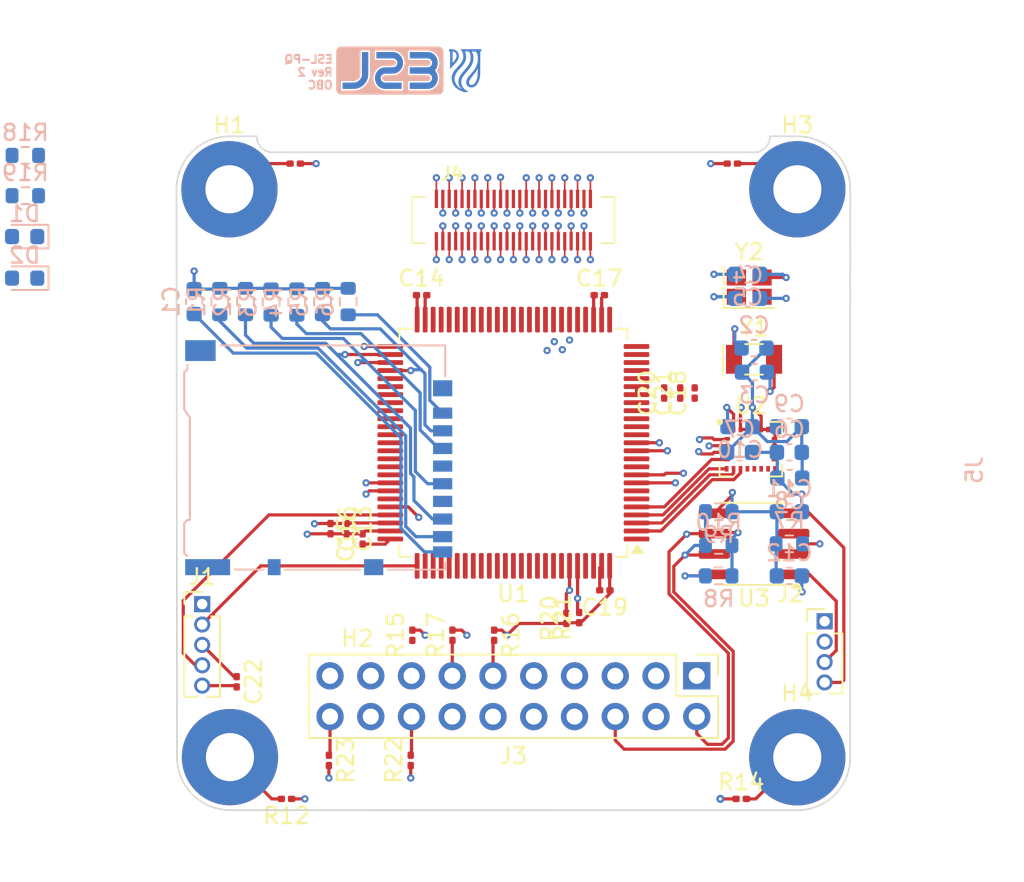
<source format=kicad_pcb>
(kicad_pcb (version 20240108) (generator "pcbnew") (generator_version "8.0")
  (title_block (title "Development of an ADCS for a PocketQube") (date "2023-09-06") (comment 2 "PCB Design") (comment 3 "22619291") (comment 4 "DP Theron"))
  (layers (0 "F.Cu" signal) (1 "In1.Cu" mixed) (2 "In2.Cu" mixed) (31 "B.Cu" signal) (34 "B.Paste" user) (35 "F.Paste" user) (36 "B.SilkS" user "B.Silkscreen") (37 "F.SilkS" user "F.Silkscreen") (38 "B.Mask" user) (39 "F.Mask" user) (44 "Edge.Cuts" user))
  (net 0 "")
  (net 1 "OSC_IN")
  (net 2 "OSC_OUT")
  (net 3 "OSC32_IN")
  (net 4 "OSC32_OUT")
  (net 5 "NRST")
  (net 6 "SPI NSS")
  (net 7 "SPI MOSI")
  (net 8 "SPI SCK")
  (net 9 "SPI MISO")
  (net 10 "SCL")
  (net 11 "SDA")
  (net 13 "/Daughterboard Connector/DB13")
  (net 14 "USART RX")
  (net 15 "USART TX")
  (net 16 "DCap")
  (net 18 "/Daughterboard Connector/DB22")
  (net 23 "SWCLK")
  (net 24 "SWDIO")
  (net 26 "/Daughterboard Connector/DB34")
  (net 27 "/Daughterboard Connector/DB37")
  (net 31 "/Daughterboard Connector/DB35")
  (net 32 "/Daughterboard Connector/DB6")
  (net 35 "SAOG")
  (net 36 "SAOM")
  (net 37 "/Daughterboard Connector/DB3")
  (net 38 "/Daughterboard Connector/DB32")
  (net 39 "CSAG")
  (net 40 "CSM")
  (net 41 "GND")
  (net 42 "Net-(U2-CAP)")
  (net 43 "Net-(U2-C1)")
  (net 44 "Net-(D1-A)")
  (net 45 "Net-(D2-A)")
  (net 46 "Net-(H1-Pad1)")
  (net 47 "Net-(H2-Pad1)")
  (net 48 "Net-(H3-Pad1)")
  (net 49 "Net-(H4-Pad1)")
  (net 50 "EPS-RST")
  (net 51 "Net-(J5-DAT2)")
  (net 52 "3V3")
  (net 53 "PPS")
  (net 54 "5V")
  (net 55 "PWR")
  (net 56 "TX")
  (net 57 "RS-EN")
  (net 58 "RS-A")
  (net 59 "RS-B")
  (net 60 "Net-(J5-DAT1)")
  (net 61 "/Daughterboard Connector/DB10")
  (net 62 "/Daughterboard Connector/DB29")
  (net 65 "/Daughterboard Connector/DB39")
  (net 67 "/Daughterboard Connector/DB25")
  (net 68 "/Daughterboard Connector/DB26")
  (net 69 "/Daughterboard Connector/DB14")
  (net 70 "/Daughterboard Connector/DB5")
  (net 71 "/Daughterboard Connector/DB19")
  (net 72 "/Daughterboard Connector/DB8")
  (net 73 "/Daughterboard Connector/DB2")
  (net 74 "/Daughterboard Connector/DB24")
  (net 75 "/Daughterboard Connector/DB30")
  (net 76 "/Daughterboard Connector/DB18")
  (net 78 "/Daughterboard Connector/DB12")
  (net 79 "/Daughterboard Connector/DB38")
  (net 81 "/Daughterboard Connector/DB33")
  (net 82 "/Daughterboard Connector/DB31")
  (net 84 "/Daughterboard Connector/DB7")
  (net 86 "/Daughterboard Connector/DB23")
  (net 88 "/Daughterboard Connector/DB40")
  (net 90 "S1_3V3")
  (net 91 "S2_3V3")
  (net 92 "/Daughterboard Connector/DB17")
  (net 93 "/Daughterboard Connector/DB11")
  (net 94 "/Daughterboard Connector/DB27")
  (net 95 "/Daughterboard Connector/DB15")
  (net 96 "/Daughterboard Connector/DB21")
  (net 97 "/Daughterboard Connector/DB9")
  (net 98 "/Daughterboard Connector/DB28")
  (net 99 "/Daughterboard Connector/DB4")
  (net 100 "/Daughterboard Connector/DB16")
  (net 101 "/Daughterboard Connector/DB36")
  (net 102 "/Daughterboard Connector/DB1")
  (net 103 "/Daughterboard Connector/DB20")
  (net 104 "I2C-SDA")
  (net 105 "I2C-SCL")
  (net 106 "S1_5V")
  (net 107 "S2_5V")
  (net 108 "Unreg Solar")
  (net 109 "Unreg Bat")
  (net 123 "DB")
  (footprint "Skripsie:R_0201_0603Metric" (layer "F.Cu") (at 263.145 24.5)
    (property "Reference" "R13" (hide yes))
    (property "Value" "0")
  )
  (footprint "Skripsie:C_0201_0603Metric" (layer "F.Cu") (at 255.2 51.1 180)
    (property "Reference" "C19")
    (property "Value" "100n")
  )
  (footprint "Package_QFP:LQFP-100_14x14mm_P0.5mm" (layer "F.Cu") (at 249.5 41.9 180)
    (property "Reference" "U1")
    (property "Value" "STM32L496VGTx")
  )
  (footprint "Skripsie:R_0201_0603Metric" (layer "F.Cu") (at 248.3 53.9 -90)
    (property "Reference" "R16")
    (property "Value" "0")
  )
  (footprint "Skripsie:R_0201_0603Metric" (layer "F.Cu") (at 235.355 64.1 180)
    (property "Reference" "R12")
    (property "Value" "0")
  )
  (footprint "Skripsie:R_0201_0603Metric" (layer "F.Cu") (at 252.8 52.845 90)
    (property "Reference" "R20")
    (property "Value" "4k7")
  )
  (footprint "Skripsie:PinHeader_1x05_P1.27mm_Vertical" (layer "F.Cu") (at 230.1 51.96)
    (property "Reference" "J1")
    (property "Value" "Conn_01x05")
  )
  (footprint "Skripsie:C_0201_0603Metric" (layer "F.Cu") (at 240.1 47.9 90)
    (property "Reference" "C15")
    (property "Value" "100n")
  )
  (footprint "MountingHole:MountingHole_3mm_Pad" (layer "F.Cu") (at 267.196548 61.506548)
    (property "Reference" "H4")
    (property "Value" "MountingHole_Pad")
  )
  (footprint "Skripsie:LGA-24L_3x3.5mm_P0.43mm" (layer "F.Cu") (at 264.3 42.3)
    (property "Reference" "U2")
    (property "Value" "LSM9DS1TR")
  )
  (footprint "Skripsie:R_0201_0603Metric" (layer "F.Cu") (at 235.9 24.5 180)
    (property "Reference" "R11" (hide yes))
    (property "Value" "0")
  )
  (footprint "Skripsie:C_0201_0603Metric" (layer "F.Cu") (at 259.9 38.8 90)
    (property "Reference" "C21")
    (property "Value" "1u")
  )
  (footprint "MountingHole:MountingHole_3mm_Pad" (layer "F.Cu") (at 267.2 26.1)
    (property "Reference" "H3")
    (property "Value" "MountingHole_Pad")
  )
  (footprint "Skripsie:PinHeader_1x04_P1.27mm_Vertical" (layer "F.Cu") (at 268.9 53.03)
    (property "Reference" "J2")
    (property "Value" "Conn_01x04")
  )
  (footprint "Skripsie:R_0201_0603Metric" (layer "F.Cu") (at 243.1 61.7 90)
    (property "Reference" "R22")
    (property "Value" "4k7")
  )
  (footprint "Skripsie:C_0201_0603Metric" (layer "F.Cu") (at 254.855 32.7)
    (property "Reference" "C17")
    (property "Value" "100n")
  )
  (footprint "Skripsie:HRS_DF40C-50DS-0.4V(51)" (layer "F.Cu") (at 249.5 28.02)
    (property "Reference" "J4")
    (property "Value" "Conn_02x20_Odd_Even")
  )
  (footprint "Skripsie:C_0201_0603Metric" (layer "F.Cu") (at 232.25 56.8 -90)
    (property "Reference" "C22")
    (property "Value" "100n")
  )
  (footprint "ESL_PQ:ESL_PQ_Main_Header" (layer "F.Cu") (at 249.5 56.43)
    (property "Reference" "J3")
    (property "Value" "ESL_PQ_MainHeader")
  )
  (footprint "MountingHole:MountingHole_3mm_Pad" (layer "F.Cu") (at 231.833452 61.496548)
    (property "Reference" "H2")
    (property "Value" "MountingHole_Pad")
  )
  (footprint "Skripsie:R_0201_0603Metric" (layer "F.Cu") (at 243.2 53.9 90)
    (property "Reference" "R15")
    (property "Value" "0")
  )
  (footprint "Skripsie:C_0201_0603Metric" (layer "F.Cu") (at 239.1 47.255 -90)
    (property "Reference" "C13")
    (property "Value" "10u")
  )
  (footprint "Skripsie:R_0201_0603Metric" (layer "F.Cu") (at 253.6 52.8 90)
    (property "Reference" "R21")
    (property "Value" "4k7")
  )
  (footprint "Skripsie:Crystal_SMD_EuroQuartz_EQ161-2Pin_3.2x1.5mm" (layer "F.Cu") (at 264.5 36.7)
    (property "Reference" "Y1")
    (property "Value" "32.768 kHz")
  )
  (footprint "Skripsie:C_0201_0603Metric" (layer "F.Cu") (at 238.1 47.255 -90)
    (property "Reference" "C16")
    (property "Value" "100n")
  )
  (footprint "Package_SO:SOIC-8_3.9x4.9mm_P1.27mm" (layer "F.Cu") (at 264.5 48.2 180)
    (property "Reference" "U3")
    (property "Value" "MAX485EDA")
  )
  (footprint "Skripsie:C_0201_0603Metric" (layer "F.Cu") (at 258.9 38.8 90)
    (property "Reference" "C20")
    (property "Value" "1u")
  )
  (footprint "Skripsie:C_0201_0603Metric" (layer "F.Cu") (at 243.78 32.7)
    (property "Reference" "C14")
    (property "Value" "100n")
  )
  (footprint "Skripsie:Crystal_SMD_EuroQuartz_X22-4Pin_2.5x2.0mm" (layer "F.Cu") (at 264.2 32.2)
    (property "Reference" "Y2")
    (property "Value" "16 MHz")
  )
  (footprint "MountingHole:MountingHole_3mm_Pad" (layer "F.Cu") (at 231.8 26.1)
    (property "Reference" "H1")
    (property "Value" "MountingHole_Pad")
  )
  (footprint "Skripsie:R_0201_0603Metric" (layer "F.Cu") (at 263.7 64.1)
    (property "Reference" "R14")
    (property "Value" "0")
  )
  (footprint "Skripsie:C_0201_0603Metric" (layer "F.Cu") (at 260.8 38.8 90)
    (property "Reference" "C18")
    (property "Value" "100n")
  )
  (footprint "Skripsie:R_0201_0603Metric" (layer "F.Cu") (at 238 61.7 -90)
    (property "Reference" "R23")
    (property "Value" "4k7")
  )
  (footprint "Skripsie:R_0201_0603Metric" (layer "F.Cu") (at 245.7 53.9 90)
    (property "Reference" "R17")
    (property "Value" "0")
  )
  (footprint "LED_SMD:LED_0603_1608Metric" (layer "B.Cu") (at 219.035 31.64 180)
    (property "Reference" "D2")
    (property "Value" "LED")
  )
  (footprint "LOGO" (layer "B.Cu") (at 241.8 18.7 180)
    (property "Reference" "G***" (hide yes))
    (property "Value" "LOGO" (hide yes))
  )
  (footprint "Capacitor_SMD:C_0603_1608Metric" (layer "B.Cu") (at 264.1 31.4)
    (property "Reference" "C5")
    (property "Value" "12p")
  )
  (footprint "Resistor_SMD:R_0603_1608Metric" (layer "B.Cu") (at 262.3 50.2)
    (property "Reference" "R8")
    (property "Value" "4k7")
  )
  (footprint "Capacitor_SMD:C_0603_1608Metric" (layer "B.Cu") (at 264.5 36 180)
    (property "Reference" "C2")
    (property "Value" "8p")
  )
  (footprint "Capacitor_SMD:C_0603_1608Metric" (layer "B.Cu") (at 229.6 33.1 -90)
    (property "Reference" "C1")
    (property "Value" "10u")
  )
  (footprint "Resistor_SMD:R_0603_1608Metric" (layer "B.Cu") (at 237.6 33.1 -90)
    (property "Reference" "R5")
    (property "Value" "4k7")
  )
  (footprint "Capacitor_SMD:C_0603_1608Metric" (layer "B.Cu") (at 266.7 42.5 180)
    (property "Reference" "C6")
    (property "Value" "100n")
  )
  (footprint "Resistor_SMD:R_0603_1608Metric" (layer "B.Cu") (at 262.3 48.3 180)
    (property "Reference" "R10")
    (property "Value" "120k")
  )
  (footprint "Capacitor_SMD:C_0603_1608Metric" (layer "B.Cu") (at 266.7 40.9 180)
    (property "Reference" "C9")
    (property "Value" "10n")
  )
  (footprint "Capacitor_SMD:C_0603_1608Metric" (layer "B.Cu") (at 266.725 44.1)
    (property "Reference" "C8")
    (property "Value" "10u")
  )
  (footprint "Capacitor_SMD:C_0603_1608Metric" (layer "B.Cu") (at 266.7 46.2 180)
    (property "Reference" "C11")
    (property "Value" "100n")
  )
  (footprint "Resistor_SMD:R_0603_1608Metric" (layer "B.Cu") (at 239.2 33.1 -90)
    (property "Reference" "R6")
    (property "Value" "4k7")
  )
  (footprint "Resistor_SMD:R_0603_1608Metric" (layer "B.Cu") (at 219.075 23.99 180)
    (property "Reference" "R18")
    (property "Value" "165")
  )
  (footprint "Resistor_SMD:R_0603_1608Metric" (layer "B.Cu") (at 236 33.13 -90)
    (property "Reference" "R4")
    (property "Value" "4k7")
  )
  (footprint "Resistor_SMD:R_0603_1608Metric" (layer "B.Cu") (at 234.395 33.13 -90)
    (property "Reference" "R3")
    (property "Value" "4k7")
  )
  (footprint "Resistor_SMD:R_0603_1608Metric" (layer "B.Cu") (at 231.2 33.1 -90)
    (property "Reference" "R1")
    (property "Value" "4k7")
  )
  (footprint "Skripsie:microSD_HC_Hirose_DM3AT-SF-PEJM5" (layer "B.Cu") (at 237.365 42.83 90)
    (property "Reference" "J5")
    (property "Value" "Micro_SD_Card")
  )
  (footprint "Resistor_SMD:R_0603_1608Metric" (layer "B.Cu") (at 266.7 48.2 180)
    (property "Reference" "R7")
    (property "Value" "4k7")
  )
  (footprint "Capacitor_SMD:C_0603_1608Metric" (layer "B.Cu") (at 266.7 50.2 180)
    (property "Reference" "C12")
    (property "Value" "10u")
  )
  (footprint "Capacitor_SMD:C_0603_1608Metric" (layer "B.Cu") (at 264.525 37.5)
    (property "Reference" "C3")
    (property "Value" "8p")
  )
  (footprint "Capacitor_SMD:C_0603_1608Metric" (layer "B.Cu") (at 264.1 32.9 180)
    (property "Reference" "C4")
    (property "Value" "12p")
  )
  (footprint "LOGO" (layer "B.Cu") (at 241.8 18.7 180)
    (property "Reference" "G***" (hide yes))
    (property "Value" "LOGO" (hide yes))
  )
  (footprint "Capacitor_SMD:C_0603_1608Metric" (layer "B.Cu") (at 263.6 42.5 180)
    (property "Reference" "C7")
    (property "Value" "100n")
  )
  (footprint "Resistor_SMD:R_0603_1608Metric" (layer "B.Cu") (at 219.075 26.5 180)
    (property "Reference" "R19")
    (property "Value" "165")
  )
  (footprint "LED_SMD:LED_0603_1608Metric" (layer "B.Cu") (at 219.035 29.05 180)
    (property "Reference" "D1")
    (property "Value" "LED")
  )
  (footprint "Resistor_SMD:R_0603_1608Metric" (layer "B.Cu") (at 262.3 46.2)
    (property "Reference" "R9")
    (property "Value" "4k7")
  )
  (footprint "LOGO" (layer "B.Cu") (at 246.5 18.7 180)
    (property "Reference" "G***" (hide yes))
    (property "Value" "LOGO" (hide yes))
  )
  (footprint "Resistor_SMD:R_0603_1608Metric" (layer "B.Cu") (at 232.8 33.1 -90)
    (property "Reference" "R2")
    (property "Value" "4k7")
  )
  (footprint "Capacitor_SMD:C_0603_1608Metric" (layer "B.Cu") (at 263.625 40.9)
    (property "Reference" "C10")
    (property "Value" "100n")
  )
  (gr_arc (start 270.496548 61.506548) (mid 269.53 63.84) (end 267.196548 64.806548) (stroke (width 0.1)) (layer "Edge.Cuts"))
  (gr_arc (start 231.833452 64.796548) (mid 229.5 63.83) (end 228.533452 61.496548) (stroke (width 0.1)) (layer "Edge.Cuts"))
  (gr_line (start 265.5 22.8) (end 267.2 22.8) (stroke (width 0.1)) (layer "Edge.Cuts"))
  (gr_arc (start 228.5 26.1) (mid 229.466548 23.766548) (end 231.8 22.8) (stroke (width 0.1)) (layer "Edge.Cuts"))
  (gr_line (start 267.196548 64.806548) (end 232 64.8) (stroke (width 0.1)) (layer "Edge.Cuts"))
  (gr_line (start 228.533452 61.496548) (end 228.53 61.35) (stroke (width 0.1)) (layer "Edge.Cuts"))
  (gr_line (start 234.5 23.8) (end 264.5 23.8) (stroke (width 0.1)) (layer "Edge.Cuts"))
  (gr_arc (start 265.5 22.8) (mid 265.207107 23.507107) (end 264.5 23.8) (stroke (width 0.1)) (layer "Edge.Cuts"))
  (gr_arc (start 267.2 22.8) (mid 269.533452 23.766548) (end 270.5 26.1) (stroke (width 0.1)) (layer "Edge.Cuts"))
  (gr_line (start 232 64.8) (end 231.833452 64.796548) (stroke (width 0.1)) (layer "Edge.Cuts"))
  (gr_line (start 228.5 26.1) (end 228.53 61.35) (stroke (width 0.1)) (layer "Edge.Cuts"))
  (gr_line (start 270.5 26.1) (end 270.496548 61.506548) (stroke (width 0.1)) (layer "Edge.Cuts"))
  (gr_arc (start 234.5 23.8) (mid 233.792893 23.507107) (end 233.5 22.8) (stroke (width 0.1)) (layer "Edge.Cuts"))
  (gr_line (start 233.5 22.8) (end 231.8 22.8) (stroke (width 0.1)) (layer "Edge.Cuts"))
  (gr_text "ESL-PQ\nRev 2\nOBC" (at 238.3 19.9 0) (layer "B.SilkS") (effects (font (size 0.5 0.5) (thickness 0.125) (bold yes)) (justify left bottom mirror)))
  (via (at 246.3 25.383882) (size 0.45) (drill 0.2) (layers "F.Cu" "B.Cu") (net 0))
  (segment (start 259.1 42.4) (end 257.175 42.4) (width 0.2) (layer "F.Cu") (net 1))
  (segment (start 263.4 32.8) (end 262 32.8) (width 0.2) (layer "F.Cu") (net 1))
  (via (at 262 32.8) (size 0.45) (drill 0.2) (layers "F.Cu" "B.Cu") (net 1))
  (via (at 259.1 42.4) (size 0.45) (drill 0.2) (layers "F.Cu" "B.Cu") (net 1))
  (segment (start 262 32.8) (end 263.225 32.8) (width 0.2) (layer "B.Cu") (net 1))
  (segment (start 263.225 32.8) (end 263.325 32.9) (width 0.2) (layer "B.Cu") (net 1))
  (segment (start 265 31.6) (end 266.5 31.6) (width 0.2) (layer "F.Cu") (net 2))
  (segment (start 258.6 41.9) (end 257.175 41.9) (width 0.2) (layer "F.Cu") (net 2))
  (via (at 266.5 31.6) (size 0.45) (drill 0.2) (layers "F.Cu" "B.Cu") (net 2))
  (via (at 258.6 41.9) (size 0.45) (drill 0.2) (layers "F.Cu" "B.Cu") (net 2))
  (segment (start 264.875 31.4) (end 266.3 31.4) (width 0.2) (layer "B.Cu") (net 2))
  (segment (start 266.3 31.4) (end 266.5 31.6) (width 0.2) (layer "B.Cu") (net 2))
  (segment (start 263.25 34.85) (end 263.3 34.8) (width 0.2) (layer "F.Cu") (net 3))
  (segment (start 259.6 44.4) (end 257.175 44.4) (width 0.2) (layer "F.Cu") (net 3))
  (segment (start 263.25 36.7) (end 263.25 34.85) (width 0.2) (layer "F.Cu") (net 3))
  (via (at 263.3 34.8) (size 0.45) (drill 0.2) (layers "F.Cu" "B.Cu") (net 3))
  (via (at 259.6 44.4) (size 0.45) (drill 0.2) (layers "F.Cu" "B.Cu") (net 3))
  (segment (start 263.3 35.575) (end 263.725 36) (width 0.2) (layer "B.Cu") (net 3))
  (segment (start 263.3 34.8) (end 263.3 35.575) (width 0.2) (layer "B.Cu") (net 3))
  (segment (start 259 43.8) (end 258.9 43.9) (width 0.2) (layer "F.Cu") (net 4))
  (segment (start 265.75 36.7) (end 265.75 38.45) (width 0.2) (layer "F.Cu") (net 4))
  (segment (start 265.75 38.45) (end 265.5 38.7) (width 0.2) (layer "F.Cu") (net 4))
  (segment (start 258.9 43.9) (end 257.175 43.9) (width 0.2) (layer "F.Cu") (net 4))
  (segment (start 260.1 43.8) (end 259 43.8) (width 0.2) (layer "F.Cu") (net 4))
  (via (at 265.5 38.7) (size 0.45) (drill 0.2) (layers "F.Cu" "B.Cu") (net 4))
  (via (at 260.1 43.8) (size 0.45) (drill 0.2) (layers "F.Cu" "B.Cu") (net 4))
  (segment (start 265.5 37.7) (end 265.3 37.5) (width 0.2) (layer "B.Cu") (net 4))
  (segment (start 265.5 38.7) (end 265.5 37.7) (width 0.2) (layer "B.Cu") (net 4))
  (segment (start 230.1 57.04) (end 232.17 57.04) (width 0.2) (layer "F.Cu") (net 5))
  (segment (start 232.17 57.04) (end 232.25 57.12) (width 0.2) (layer "F.Cu") (net 5))
  (segment (start 243.1 37.4) (end 241.825 37.4) (width 0.2) (layer "F.Cu") (net 6))
  (via (at 243.1 37.4) (size 0.45) (drill 0.2) (layers "F.Cu" "B.Cu") (net 6))
  (segment (start 243.987868 37.587868) (end 243.987868 40.787868) (width 0.2) (layer "B.Cu") (net 6))
  (segment (start 237.6 34.3) (end 238.1 34.8) (width 0.2) (layer "B.Cu") (net 6))
  (segment (start 244.355 41.155) (end 245.09 41.155) (width 0.2) (layer "B.Cu") (net 6))
  (segment (start 243.15 37.35) (end 243.1 37.4) (width 0.2) (layer "B.Cu") (net 6))
  (segment (start 243.75 37.35) (end 243.15 37.35) (width 0.2) (layer "B.Cu") (net 6))
  (segment (start 238.1 34.8) (end 241.2 34.8) (width 0.2) (layer "B.Cu") (net 6))
  (segment (start 243.987868 40.787868) (end 244.355 41.155) (width 0.2) (layer "B.Cu") (net 6))
  (segment (start 241.2 34.8) (end 243.75 37.35) (width 0.2) (layer "B.Cu") (net 6))
  (segment (start 243.75 37.35) (end 243.987868 37.587868) (width 0.2) (layer "B.Cu") (net 6))
  (segment (start 237.6 33.925) (end 237.6 34.3) (width 0.2) (layer "B.Cu") (net 6))
  (segment (start 240.2 35.9) (end 241.825 35.9) (width 0.2) (layer "F.Cu") (net 7))
  (via (at 240.2 35.9) (size 0.45) (drill 0.2) (layers "F.Cu" "B.Cu") (net 7))
  (segment (start 240.75 35.85) (end 240.25 35.85) (width 0.2) (layer "B.Cu") (net 7))
  (segment (start 240.75 35.85) (end 243.687868 38.787868) (width 0.2) (layer "B.Cu") (net 7))
  (segment (start 244.84 42.255) (end 245.09 42.255) (width 0.2) (layer "B.Cu") (net 7))
  (segment (start 236 33.955) (end 236 34.5) (width 0.2) (layer "B.Cu") (net 7))
  (segment (start 243.687868 38.787868) (end 243.687868 41.102868) (width 0.2) (layer "B.Cu") (net 7))
  (segment (start 236.6 35.1) (end 240 35.1) (width 0.2) (layer "B.Cu") (net 7))
  (segment (start 240 35.1) (end 240.75 35.85) (width 0.2) (layer "B.Cu") (net 7))
  (segment (start 243.687868 41.102868) (end 244.84 42.255) (width 0.2) (layer "B.Cu") (net 7))
  (segment (start 240.25 35.85) (end 240.2 35.9) (width 0.2) (layer "B.Cu") (net 7))
  (segment (start 236 34.5) (end 236.6 35.1) (width 0.2) (layer "B.Cu") (net 7))
  (segment (start 239.8 36.9) (end 241.825 36.9) (width 0.2) (layer "F.Cu") (net 8))
  (via (at 239.8 36.9) (size 0.45) (drill 0.2) (layers "F.Cu" "B.Cu") (net 8))
  (segment (start 238.9 35.4) (end 240.3 36.8) (width 0.2) (layer "B.Cu") (net 8))
  (segment (start 243.387868 43.687868) (end 244.155 44.455) (width 0.2) (layer "B.Cu") (net 8))
  (segment (start 243.387868 39.887868) (end 243.387868 43.687868) (width 0.2) (layer "B.Cu") (net 8))
  (segment (start 239.9 36.8) (end 239.8 36.9) (width 0.2) (layer "B.Cu") (net 8))
  (segment (start 234.395 33.955) (end 234.395 34.695) (width 0.2) (layer "B.Cu") (net 8))
  (segment (start 240.3 36.8) (end 239.9 36.8) (width 0.2) (layer "B.Cu") (net 8))
  (segment (start 235.1 35.4) (end 238.9 35.4) (width 0.2) (layer "B.Cu") (net 8))
  (segment (start 244.155 44.455) (end 245.09 44.455) (width 0.2) (layer "B.Cu") (net 8))
  (segment (start 234.395 34.695) (end 235.1 35.4) (width 0.2) (layer "B.Cu") (net 8))
  (segment (start 240.3 36.8) (end 243.387868 39.887868) (width 0.2) (layer "B.Cu") (net 8))
  (segment (start 239 36.4) (end 241.825 36.4) (width 0.2) (layer "F.Cu") (net 9))
  (via (at 239 36.4) (size 0.45) (drill 0.2) (layers "F.Cu" "B.Cu") (net 9))
  (segment (start 238.6 36.4) (end 239 36.4) (width 0.2) (layer "B.Cu") (net 9))
  (segment (start 243.3 45.5) (end 243.3 44.024264) (width 0.2) (layer "B.Cu") (net 9))
  (segment (start 233.316618 35.7) (end 232.8 35.183382) (width 0.2) (layer "B.Cu") (net 9))
  (segment (start 243.087868 40.987868) (end 238.55 36.45) (width 0.2) (layer "B.Cu") (net 9))
  (segment (start 243.087868 43.812132) (end 243.087868 40.987868) (width 0.2) (layer "B.Cu") (net 9))
  (segment (start 237.8 35.7) (end 233.316618 35.7) (width 0.2) (layer "B.Cu") (net 9))
  (segment (start 232.75 34) (end 232.795 33.955) (width 0.2) (layer "B.Cu") (net 9))
  (segment (start 245.09 46.655) (end 244.455 46.655) (width 0.2) (layer "B.Cu") (net 9))
  (segment (start 238.55 36.45) (end 238.6 36.4) (width 0.2) (layer "B.Cu") (net 9))
  (segment (start 232.8 35.183382) (end 232.8 33.925) (width 0.2) (layer "B.Cu") (net 9))
  (segment (start 243.3 44.024264) (end 243.087868 43.812132) (width 0.2) (layer "B.Cu") (net 9))
  (segment (start 238.55 36.45) (end 237.8 35.7) (width 0.2) (layer "B.Cu") (net 9))
  (segment (start 244.455 46.655) (end 243.3 45.5) (width 0.2) (layer "B.Cu") (net 9))
  (segment (start 261.1 41.7) (end 261.2 41.6) (width 0.2) (layer "F.Cu") (net 10))
  (segment (start 262.78 41.7) (end 262.825 41.655) (width 0.2) (layer "F.Cu") (net 10))
  (segment (start 252.8 52.525) (end 252.8 51.3) (width 0.2) (layer "F.Cu") (net 10))
  (segment (start 252.8 51.3) (end 253 51.1) (width 0.2) (layer "F.Cu") (net 10))
  (segment (start 261.907107 41.6) (end 262.007107 41.7) (width 0.2) (layer "F.Cu") (net 10))
  (segment (start 262.007107 41.7) (end 262.78 41.7) (width 0.2) (layer "F.Cu") (net 10))
  (segment (start 261.2 41.6) (end 261.907107 41.6) (width 0.2) (layer "F.Cu") (net 10))
  (segment (start 253 51.1) (end 253 49.575) (width 0.2) (layer "F.Cu") (net 10))
  (via (at 261.1 41.7) (size 0.45) (drill 0.2) (layers "F.Cu" "B.Cu") (net 10))
  (via (at 253 51.1) (size 0.45) (drill 0.2) (layers "F.Cu" "B.Cu") (net 10))
  (segment (start 261.907107 42.6) (end 262.007107 42.5) (width 0.2) (layer "F.Cu") (net 11))
  (segment (start 261.2 42.6) (end 261.907107 42.6) (width 0.2) (layer "F.Cu") (net 11))
  (segment (start 261.05 42.45) (end 261.2 42.6) (width 0.2) (layer "F.Cu") (net 11))
  (segment (start 262.007107 42.5) (end 262.81 42.5) (width 0.2) (layer "F.Cu") (net 11))
  (segment (start 253.5 52.38) (end 253.6 52.48) (width 0.2) (layer "F.Cu") (net 11))
  (segment (start 253.5 51.6) (end 253.5 52.38) (width 0.2) (layer "F.Cu") (net 11))
  (segment (start 253.5 51.6) (end 253.5 49.575) (width 0.2) (layer "F.Cu") (net 11))
  (segment (start 262.81 42.5) (end 262.825 42.515) (width 0.2) (layer "F.Cu") (net 11))
  (via (at 261.05 42.45) (size 0.45) (drill 0.2) (layers "F.Cu" "B.Cu") (net 11))
  (via (at 253.5 51.6) (size 0.45) (drill 0.2) (layers "F.Cu" "B.Cu") (net 11))
  (segment (start 247.1 29.323882) (end 247.1 30.483882) (width 0.1) (layer "F.Cu") (net 13))
  (via (at 247.1 30.483882) (size 0.45) (drill 0.2) (layers "F.Cu" "B.Cu") (net 13))
  (segment (start 240.315 45.1) (end 240.515 44.9) (width 0.2) (layer "F.Cu") (net 14))
  (segment (start 240.515 44.9) (end 241.825 44.9) (width 0.2) (layer "F.Cu") (net 14))
  (segment (start 266.975 46.295) (end 267.949999 46.295) (width 0.2) (layer "F.Cu") (net 14))
  (segment (start 270.097017 56.69999) (end 269.957007 56.84) (width 0.2) (layer "F.Cu") (net 14))
  (segment (start 269.957007 56.84) (end 268.9 56.84) (width 0.2) (layer "F.Cu") (net 14))
  (segment (start 267.949999 46.295) (end 270.097822 48.442823) (width 0.2) (layer "F.Cu") (net 14))
  (segment (start 270.097822 48.442823) (end 270.097017 56.69999) (width 0.2) (layer "F.Cu") (net 14))
  (via (at 240.315 45.1) (size 0.45) (drill 0.2) (layers "F.Cu" "B.Cu") (net 14))
  (segment (start 267.949999 50.105) (end 269.625 51.780001) (width 0.2) (layer "F.Cu") (net 15))
  (segment (start 266.975 50.105) (end 267.949999 50.105) (width 0.2) (layer "F.Cu") (net 15))
  (segment (start 269.625 51.780001) (end 269.625 54.845) (width 0.2) (layer "F.Cu") (net 15))
  (segment (start 240.315 44.4) (end 241.825 44.4) (width 0.2) (layer "F.Cu") (net 15))
  (segment (start 269.625 54.845) (end 268.9 55.57) (width 0.2) (layer "F.Cu") (net 15))
  (via (at 240.315 44.4) (size 0.45) (drill 0.2) (layers "F.Cu" "B.Cu") (net 15))
  (segment (start 248.3 53.58) (end 248.78 53.58) (width 0.2) (layer "F.Cu") (net 16))
  (segment (start 241.825 47.9) (end 241.505 48.22) (width 0.2) (layer "F.Cu") (net 16))
  (segment (start 263.655 39.745) (end 263.7 39.7) (width 0.2) (layer "F.Cu") (net 16))
  (segment (start 263.655 41.075) (end 263.655 39.745) (width 0.2) (layer "F.Cu") (net 16))
  (segment (start 238.1 46.935) (end 237.115 46.935) (width 0.2) (layer "F.Cu") (net 16))
  (segment (start 249.835 53.165) (end 249.1 53.9) (width 0.2) (layer "F.Cu") (net 16))
  (segment (start 243.2 53.58) (end 243.68 53.58) (width 0.2) (layer "F.Cu") (net 16))
  (segment (start 238.1 46.935) (end 239.1 46.935) (width 0.2) (layer "F.Cu") (net 16))
  (segment (start 255.5 49.575) (end 255.5 51.08) (width 0.2) (layer "F.Cu") (net 16))
  (segment (start 239.335 46.935) (end 239.37 46.9) (width 0.2) (layer "F.Cu") (net 16))
  (segment (start 252.845 53.12) (end 252.8 53.165) (width 0.2) (layer "F.Cu") (net 16))
  (segment (start 239.1 46.935) (end 239.335 46.935) (width 0.2) (layer "F.Cu") (net 16))
  (segment (start 243.5 34.225) (end 243.5 32.74) (width 0.2) (layer "F.Cu") (net 16))
  (segment (start 243.1 62.02) (end 243.1 62.8) (width 0.2) (layer "F.Cu") (net 16))
  (segment (start 262.825 42.085) (end 261.715 42.085) (width 0.2) (layer "F.Cu") (net 16))
  (segment (start 261.715 42.085) (end 261.7 42.1) (width 0.2) (layer "F.Cu") (net 16))
  (segment (start 254.5 32.735) (end 254.535 32.7) (width 0.2) (layer "F.Cu") (net 16))
  (segment (start 253.699999 53.12) (end 253.6 53.12) (width 0.2) (layer "F.Cu") (net 16))
  (segment (start 243.68 53.58) (end 244 53.9) (width 0.2) (layer "F.Cu") (net 16))
  (segment (start 261.93 50.2) (end 262.025 50.105) (width 0.2) (layer "F.Cu") (net 16))
  (segment (start 246.28 53.58) (end 245.7 53.58) (width 0.2) (layer "F.Cu") (net 16))
  (segment (start 239.37 46.9) (end 241.825 46.9) (width 0.2) (layer "F.Cu") (net 16))
  (segment (start 246.6 53.9) (end 246.28 53.58) (width 0.2) (layer "F.Cu") (net 16))
  (segment (start 255.5 51.08) (end 255.52 51.1) (width 0.2) (layer "F.Cu") (net 16))
  (segment (start 238 62.02) (end 238 62.8) (width 0.2) (layer "F.Cu") (net 16))
  (segment (start 264.085 41.075) (end 263.655 41.075) (width 0.2) (layer "F.Cu") (net 16))
  (segment (start 254.5 34.225) (end 254.5 32.735) (width 0.2) (layer "F.Cu") (net 16))
  (segment (start 255.52 51.299999) (end 253.699999 53.12) (width 0.2) (layer "F.Cu") (net 16))
  (segment (start 237.115 46.935) (end 237.1 46.95) (width 0.2) (layer "F.Cu") (net 16))
  (segment (start 252.8 53.165) (end 249.835 53.165) (width 0.2) (layer "F.Cu") (net 16))
  (segment (start 253.6 53.12) (end 252.845 53.12) (width 0.2) (layer "F.Cu") (net 16))
  (segment (start 241.505 48.22) (end 240.1 48.22) (width 0.2) (layer "F.Cu") (net 16))
  (segment (start 260.2 50.2) (end 261.93 50.2) (width 0.2) (layer "F.Cu") (net 16))
  (segment (start 248.78 53.58) (end 249.1 53.9) (width 0.2) (layer "F.Cu") (net 16))
  (segment (start 255.52 51.1) (end 255.52 51.299999) (width 0.2) (layer "F.Cu") (net 16))
  (segment (start 243.5 32.74) (end 243.46 32.7) (width 0.2) (layer "F.Cu") (net 16))
  (via (at 267.5 51.2) (size 0.45) (drill 0.2) (layers "F.Cu" "B.Cu") (net 16))
  (via (at 243.1 62.8) (size 0.45) (drill 0.2) (layers "F.Cu" "B.Cu") (net 16))
  (via (at 237.1 46.95) (size 0.45) (drill 0.2) (layers "F.Cu" "B.Cu") (net 16))
  (via (at 238 62.8) (size 0.45) (drill 0.2) (layers "F.Cu" "B.Cu") (net 16))
  (via (at 267.475 45.1) (size 0.45) (drill 0.2) (layers "F.Cu" "B.Cu") (net 16))
  (via (at 244 53.9) (size 0.45) (drill 0.2) (layers "F.Cu" "B.Cu") (net 16))
  (via (at 261.7 42.1) (size 0.45) (drill 0.2) (layers "F.Cu" "B.Cu") (net 16))
  (via (at 263.7 39.7) (size 0.45) (drill 0.2) (layers "F.Cu" "B.Cu") (net 16))
  (via (at 249.1 53.9) (size 0.45) (drill 0.2) (layers "F.Cu" "B.Cu") (net 16))
  (via (at 246.6 53.9) (size 0.45) (drill 0.2) (layers "F.Cu" "B.Cu") (net 16))
  (via (at 260.2 50.2) (size 0.45) (drill 0.2) (layers "F.Cu" "B.Cu") (net 16))
  (via (at 229.6 31.2) (size 0.45) (drill 0.2) (layers "F.Cu" "B.Cu") (net 16))
  (segment (start 232.8 32.275) (end 234.365 32.275) (width 0.2) (layer "B.Cu") (net 16))
  (segment (start 267.475 45.1) (end 267.475 46.2) (width 0.2) (layer "B.Cu") (net 16))
  (segment (start 231.15 32.325) (end 231.2 32.275) (width 0.2) (layer "B.Cu") (net 16))
  (segment (start 261.475 50.2) (end 260.2 50.2) (width 0.2) (layer "B.Cu") (net 16))
  (segment (start 237.6 32.275) (end 239.2 32.275) (width 0.2) (layer "B.Cu") (net 16))
  (segment (start 265.95 44.1) (end 266.95 45.1) (width 0.2) (layer "B.Cu") (net 16))
  (segment (start 265.95 44.1) (end 265.95 42.525) (width 0.2) (layer "B.Cu") (net 16))
  (segment (start 237.645 32.355) (end 237.595 32.305) (width 0.2) (layer "B.Cu") (net 16))
  (segment (start 229.6 32.325) (end 229.6 31.2) (width 0.2) (layer "B.Cu") (net 16))
  (segment (start 236 32.305) (end 237.57 32.305) (width 0.2) (layer "B.Cu") (net 16))
  (segment (start 267.475 51.175) (end 267.5 51.2) (width 0.2) (layer "B.Cu") (net 16))
  (segment (start 237.57 32.305) (end 237.6 32.275) (width 0.2) (layer "B.Cu") (net 16))
  (segment (start 234.395 32.305) (end 236 32.305) (width 0.2) (layer "B.Cu") (net 16))
  (segment (start 231.2 32.275) (end 232.8 32.275) (width 0.2) (layer "B.Cu") (net 16))
  (segment (start 229.6 32.325) (end 231.15 32.325) (width 0.2) (layer "B.Cu") (net 16))
  (segment (start 266.95 45.1) (end 267.475 45.1) (width 0.2) (layer "B.Cu") (net 16))
  (segment (start 265.95 42.525) (end 265.925 42.5) (width 0.2) (layer "B.Cu") (net 16))
  (segment (start 265.925 42.5) (end 264.375 42.5) (width 0.2) (layer "B.Cu") (net 16))
  (segment (start 267.475 50.2) (end 267.475 51.175) (width 0.2) (layer "B.Cu") (net 16))
  (segment (start 248.7 26.683882) (end 248.7 25.35) (width 0.1) (layer "F.Cu") (net 18))
  (via (at 248.7 25.35) (size 0.45) (drill 0.2) (layers "F.Cu" "B.Cu") (net 18))
  (segment (start 230.8 52.66) (end 230.8 52.53) (width 0.2) (layer "F.Cu") (net 23))
  (segment (start 230.67 52.66) (end 230.8 52.66) (width 0.2) (layer "F.Cu") (net 23))
  (segment (start 230.1 53.23) (end 230.67 52.66) (width 0.2) (layer "F.Cu") (net 23))
  (segment (start 230.8 52.53) (end 233.755 49.575) (width 0.2) (layer "F.Cu") (net 23))
  (segment (start 233.755 49.575) (end 243.5 49.575) (width 0.2) (layer "F.Cu") (net 23))
  (segment (start 230.1 55.77) (end 229.67 55.77) (width 0.2) (layer "F.Cu") (net 24))
  (segment (start 228.924617 55.024617) (end 228.92182 51.73818) (width 0.2) (layer "F.Cu") (net 24))
  (segment (start 234.26 46.4) (end 241.825 46.4) (width 0.2) (layer "F.Cu") (net 24))
  (segment (start 228.92182 51.73818) (end 234.26 46.4) (width 0.2) (layer "F.Cu") (net 24))
  (segment (start 229.67 55.77) (end 228.924617 55.024617) (width 0.2) (layer "F.Cu") (net 24))
  (segment (start 251.1 26.683882) (end 251.1 25.383882) (width 0.1) (layer "F.Cu") (net 26))
  (via (at 251.1 25.383882) (size 0.45) (drill 0.2) (layers "F.Cu" "B.Cu") (net 26))
  (segment (start 251.9 29.323882) (end 251.9 30.483882) (width 0.1) (layer "F.Cu") (net 27))
  (via (at 251.9 30.483882) (size 0.45) (drill 0.2) (layers "F.Cu" "B.Cu") (net 27))
  (via (at 251.6 36.15) (size 0.45) (drill 0.2) (layers "F.Cu" "B.Cu") (net 27))
  (segment (start 251.5 29.323882) (end 251.5 28.383882) (width 0.1) (layer "F.Cu") (net 31))
  (via (at 247.5 27.583882) (size 0.45) (drill 0.2) (layers "F.Cu" "B.Cu") (net 31))
  (via (at 251.5 28.383882) (size 0.45) (drill 0.2) (layers "F.Cu" "B.Cu") (net 31))
  (segment (start 253.5 30.383882) (end 253.5 30.483882) (width 0.1) (layer "F.Cu") (net 32))
  (segment (start 253.5 29.323882) (end 253.5 30.383882) (width 0.1) (layer "F.Cu") (net 32))
  (segment (start 245.5 26.683882) (end 245.5 25.383882) (width 0.1) (layer "F.Cu") (net 32))
  (via (at 245.5 25.383882) (size 0.45) (drill 0.2) (layers "F.Cu" "B.Cu") (net 32))
  (via (at 253.5 30.483882) (size 0.45) (drill 0.2) (layers "F.Cu" "B.Cu") (net 32))
  (via (at 252.55 36.1) (size 0.45) (drill 0.2) (layers "F.Cu" "B.Cu") (net 32))
  (segment (start 262.825 42.945) (end 261.855 42.945) (width 0.2) (layer "F.Cu") (net 35))
  (segment (start 258.9 45.9) (end 257.175 45.9) (width 0.2) (layer "F.Cu") (net 35))
  (segment (start 261.855 42.945) (end 258.9 45.9) (width 0.2) (layer "F.Cu") (net 35))
  (segment (start 261.699264 43.525) (end 258.824264 46.4) (width 0.2) (layer "F.Cu") (net 36))
  (segment (start 262.795 43.525) (end 261.699264 43.525) (width 0.2) (layer "F.Cu") (net 36))
  (segment (start 258.824264 46.4) (end 257.175 46.4) (width 0.2) (layer "F.Cu") (net 36))
  (segment (start 245.1 29.323882) (end 245.1 28.383882) (width 0.1) (layer "F.Cu") (net 37))
  (via (at 245.1 28.383882) (size 0.45) (drill 0.2) (layers "F.Cu" "B.Cu") (net 37))
  (segment (start 250.7 26.683882) (end 250.7 27.583882) (width 0.1) (layer "F.Cu") (net 38))
  (via (at 250.7 27.583882) (size 0.45) (drill 0.2) (layers "F.Cu" "B.Cu") (net 38))
  (segment (start 263.225 43.525) (end 263.225 43.785) (width 0.2) (layer "F.Cu") (net 39))
  (segment (start 263.225 43.785) (end 263.11 43.9) (width 0.2) (layer "F.Cu") (net 39))
  (segment (start 258.748528 46.9) (end 257.175 46.9) (width 0.2) (layer "F.Cu") (net 39))
  (segment (start 261.748528 43.9) (end 258.748528 46.9) (width 0.2) (layer "F.Cu") (net 39))
  (segment (start 263.11 43.9) (end 261.748528 43.9) (width 0.2) (layer "F.Cu") (net 39))
  (segment (start 258.8 47.3) (end 258.7 47.4) (width 0.2) (layer "F.Cu") (net 40))
  (segment (start 261.9 44.2) (end 258.8 47.3) (width 0.2) (layer "F.Cu") (net 40))
  (segment (start 263.655 43.779264) (end 263.234264 44.2) (width 0.2) (layer "F.Cu") (net 40))
  (segment (start 263.234264 44.2) (end 261.9 44.2) (width 0.2) (layer "F.Cu") (net 40))
  (segment (start 263.655 43.525) (end 263.655 43.779264) (width 0.2) (layer "F.Cu") (net 40))
  (segment (start 258.7 47.4) (end 257.175 47.4) (width 0.2) (layer "F.Cu") (net 40))
  (segment (start 257.175 38.4) (end 257.175 38.9) (width 0.2) (layer "F.Cu") (net 41))
  (segment (start 255 32.875) (end 255.175 32.7) (width 0.2) (layer "F.Cu") (net 41))
  (segment (start 263.15 45.17) (end 262.025 46.295) (width 0.2) (layer "F.Cu") (net 41))
  (segment (start 264.945 41.075) (end 265.375 41.075) (width 0.2) (layer "F.Cu") (net 41))
  (segment (start 255 34.225) (end 255 32.875) (width 0.2) (layer "F.Cu") (net 41))
  (segment (start 262.825 24.5) (end 261.8 24.5) (width 0.2) (layer "F.Cu") (net 41))
  (segment (start 264.4 39.7) (end 264.945 40.245) (width 0.2) (layer "F.Cu") (net 41))
  (segment (start 265.805 41.075) (end 265.805 41.625) (width 0.2) (layer "F.Cu") (net 41))
  (segment (start 236.22 24.5) (end 237.2 24.5) (width 0.2) (layer "F.Cu") (net 41))
  (segment (start 263.15 45) (end 263.15 45.17) (width 0.2) (layer "F.Cu") (net 41))
  (segment (start 265.775 42.085) (end 265.775 42.515) (width 0.2) (layer "F.Cu") (net 41))
  (segment (start 254.88 51.1) (end 254.88 49.695) (width 0.2) (layer "F.Cu") (net 41))
  (segment (start 238.1 47.575) (end 239.1 47.575) (width 0.2) (layer "F.Cu") (net 41))
  (segment (start 240.28 47.4) (end 241.825 47.4) (width 0.2) (layer "F.Cu") (net 41))
  (segment (start 263.38 64.1) (end 262.4 64.1) (width 0.2) (layer "F.Cu") (net 41))
  (segment (start 265.775 41.655) (end 265.775 42.085) (width 0.2) (layer "F.Cu") (net 41))
  (segment (start 232.25 56.48) (end 232.08 56.48) (width 0.2) (layer "F.Cu") (net 41))
  (segment (start 265.375 41.075) (end 265.805 41.075) (width 0.2) (layer "F.Cu") (net 41))
  (segment (start 236.675 47.575) (end 236.65 47.6) (width 0.2) (layer "F.Cu") (net 41))
  (segment (start 254.88 49.695) (end 255 49.575) (width 0.2) (layer "F.Cu") (net 41))
  (segment (start 239.1 47.575) (end 240.095 47.575) (width 0.2) (layer "F.Cu") (net 41))
  (segment (start 244 32.8) (end 244.1 32.7) (width 0.2) (layer "F.Cu") (net 41))
  (segment (start 264.945 40.245) (end 264.945 41.075) (width 0.2) (layer "F.Cu") (net 41))
  (segment (start 238.1 47.575) (end 236.675 47.575) (width 0.2) (layer "F.Cu") (net 41))
  (segment (start 240.095 47.575) (end 240.1 47.58) (width 0.2) (layer "F.Cu") (net 41))
  (segment (start 265.775 42.515) (end 265.775 42.945) (width 0.2) (layer "F.Cu") (net 41))
  (segment (start 235.675 64.1) (end 236.5 64.1) (width 0.2) (layer "F.Cu") (net 41))
  (segment (start 244 34.225) (end 244 32.8) (width 0.2) (layer "F.Cu") (net 41))
  (segment (start 232.08 56.48) (end 230.1 54.5) (width 0.2) (layer "F.Cu") (net 41))
  (segment (start 240.1 47.58) (end 240.28 47.4) (width 0.2) (layer "F.Cu") (net 41))
  (segment (start 265.805 41.625) (end 265.775 41.655) (width 0.2) (layer "F.Cu") (net 41))
  (via (at 262.4 64.1) (size 0.5) (drill 0.2) (layers "F.Cu" "B.Cu") (net 41))
  (via (at 236.5 64.1) (size 0.45) (drill 0.2) (layers "F.Cu" "B.Cu") (net 41))
  (via (at 262 31.4) (size 0.45) (drill 0.2) (layers "F.Cu" "B.Cu") (net 41))
  (via (at 261.8 24.5) (size 0.45) (drill 0.2) (layers "F.Cu" "B.Cu") (net 41))
  (via (at 266.5 32.9) (size 0.45) (drill 0.2) (layers "F.Cu" "B.Cu") (net 41))
  (via (at 236.65 47.6) (size 0.45) (drill 0.2) (layers "F.Cu" "B.Cu") (net 41))
  (via (at 237.2 24.5) (size 0.45) (drill 0.2) (layers "F.Cu" "B.Cu") (net 41))
  (via (at 264.4 39.7) (size 0.45) (drill 0.2) (layers "F.Cu" "B.Cu") (net 41))
  (via (at 263.15 45) (size 0.45) (drill 0.2) (layers "F.Cu" "B.Cu") (net 41))
  (segment (start 263.775 37.5) (end 265.275 36) (width 0.2) (layer "B.Cu") (net 41))
  (segment (start 264.875 32.9) (end 266.5 32.9) (width 0.2) (layer "B.Cu") (net 41))
  (segment (start 264.4 38.15) (end 264.4 39.7) (width 0.2) (layer "B.Cu") (net 41))
  (segment (start 266.55 41.825) (end 267.475 40.9) (width 0.2) (layer "B.Cu") (net 41))
  (segment (start 229.6 33.875) (end 232.037132 36.312132) (width 0.2) (layer "B.Cu") (net 41))
  (segment (start 265.875 50.15) (end 265.925 50.2) (width 0.2) (layer "B.Cu") (net 41))
  (segment (start 237.212132 36.312132) (end 242.487868 41.587868) (width 0.2) (layer "B.Cu") (net 41))
  (segment (start 263.325 31.4) (end 262 31.4) (width 0.2) (layer "B.Cu") (net 41))
  (segment (start 267.5 42.525) (end 267.475 42.5) (width 0.2) (layer "B.Cu") (net 41))
  (segment (start 267.5 44.1) (end 267.5 42.525) (width 0.2) (layer "B.Cu") (net 41))
  (segment (start 262.825 42.5) (end 262.825 42.475) (width 0.2) (layer "B.Cu") (net 41))
  (segment (start 263.125 46.2) (end 263.125 45.025) (width 0.2) (layer "B.Cu") (net 41))
  (segment (start 263.75 37.5) (end 263.775 37.5) (width 0.2) (layer "B.Cu") (net 41))
  (segment (start 265.925 46.2) (end 265.925 48.15) (width 0.2) (layer "B.Cu") (net 41))
  (segment (start 242.487868 41.587868) (end 242.487868 47.237868) (width 0.2) (layer "B.Cu") (net 41))
  (segment (start 262.825 42.475) (end 264.4 40.9) (width 0.2) (layer "B.Cu") (net 41))
  (segment (start 264.4 40.9) (end 264.4 39.7) (width 0.2) (layer "B.Cu") (net 41))
  (segment (start 267.475 42.5) (end 267.475 40.9) (width 0.2) (layer "B.Cu") (net 41))
  (segment (start 232.037132 36.312132) (end 237.212132 36.312132) (width 0.2) (layer "B.Cu") (net 41))
  (segment (start 243.955 48.705) (end 245.09 48.705) (width 0.2) (layer "B.Cu") (net 41))
  (segment (start 263.125 46.2) (end 265.925 46.2) (width 0.2) (layer "B.Cu") (net 41))
  (segment (start 265.875 48.2) (end 265.875 50.15) (width 0.2) (layer "B.Cu") (net 41))
  (segment (start 263.125 45.025) (end 263.15 45) (width 0.2) (layer "B.Cu") (net 41))
  (segment (start 264.4 40.9) (end 265.325 41.825) (width 0.2) (layer "B.Cu") (net 41))
  (segment (start 265.325 41.825) (end 266.55 41.825) (width 0.2) (layer "B.Cu") (net 41))
  (segment (start 242.487868 47.237868) (end 243.955 48.705) (width 0.2) (layer "B.Cu") (net 41))
  (segment (start 265.925 48.15) (end 265.875 48.2) (width 0.2) (layer "B.Cu") (net 41))
  (segment (start 263.75 37.5) (end 264.4 38.15) (width 0.2) (layer "B.Cu") (net 41))
  (segment (start 262.8 39.7) (end 263.225 40.125) (width 0.2) (layer "F.Cu") (net 43))
  (segment (start 263.225 40.125) (end 263.225 41.075) (width 0.2) (layer "F.Cu") (net 43))
  (via (at 262.8 39.7) (size 0.45) (drill 0.2) (layers "F.Cu" "B.Cu") (net 43))
  (segment (start 262.85 40.9) (end 262.85 39.75) (width 0.2) (layer "B.Cu") (net 43))
  (segment (start 262.85 39.75) (end 262.8 39.7) (width 0.2) (layer "B.Cu") (net 43))
  (segment (start 235.58 24.5) (end 233.4 24.5) (width 0.2) (layer "F.Cu") (net 46))
  (segment (start 233.3 24.5) (end 231.8 26) (width 0.2) (layer "F.Cu") (net 46))
  (segment (start 233.4 24.5) (end 231.8 26.1) (width 0.2) (layer "F.Cu") (net 46))
  (segment (start 235.035 64.1) (end 234.436904 64.1) (width 0.2) (layer "F.Cu") (net 47))
  (segment (start 234.436904 64.1) (end 231.833452 61.496548) (width 0.2) (layer "F.Cu") (net 47))
  (segment (start 263.465 24.5) (end 265.6 24.5) (width 0.2) (layer "F.Cu") (net 48))
  (segment (start 265.6 24.5) (end 267.2 26.1) (width 0.2) (layer "F.Cu") (net 48))
  (segment (start 264.603096 64.1) (end 267.196548 61.506548) (width 0.2) (layer "F.Cu") (net 49))
  (segment (start 264.02 64.1) (end 264.603096 64.1) (width 0.2) (layer "F.Cu") (net 49))
  (segment (start 241.025 33.925) (end 244.29 37.19) (width 0.2) (layer "B.Cu") (net 51))
  (segment (start 244.29 39.255) (end 245.09 40.055) (width 0.2) (layer "B.Cu") (net 51))
  (segment (start 239.2 34) (end 239.295 33.905) (width 0.2) (layer "B.Cu") (net 51))
  (segment (start 239.2 33.925) (end 241.025 33.925) (width 0.2) (layer "B.Cu") (net 51))
  (segment (start 244.29 37.19) (end 244.29 39.255) (width 0.2) (layer "B.Cu") (net 51))
  (segment (start 243.15 54.215) (end 243.2 54.165) (width 0.2) (layer "F.Cu") (net 52))
  (segment (start 267.61 48.2) (end 266.975 47.565) (width 0.2) (layer "F.Cu") (net 57))
  (segment (start 243.6 46.55) (end 242.95 45.9) (width 0.2) (layer "F.Cu") (net 57))
  (segment (start 267.61 48.2) (end 266.975 48.835) (width 0.2) (layer "F.Cu") (net 57))
  (segment (start 242.95 45.9) (end 241.825 45.9) (width 0.2) (layer "F.Cu") (net 57))
  (segment (start 268.6 48.2) (end 267.61 48.2) (width 0.2) (layer "F.Cu") (net 57))
  (via (at 243.6 46.55) (size 0.45) (drill 0.2) (layers "F.Cu" "B.Cu") (net 57))
  (via (at 268.6 48.2) (size 0.45) (drill 0.2) (layers "F.Cu" "B.Cu") (net 57))
  (segment (start 262.9 55.024264) (end 262.9 60.3) (width 0.2) (layer "F.Cu") (net 58))
  (segment (start 260.93 60.03) (end 260.93 58.97) (width 0.2) (layer "F.Cu") (net 58))
  (segment (start 259.2 48.7) (end 259.2 51.324264) (width 0.2) (layer "F.Cu") (net 58))
  (segment (start 263.5 47.5) (end 262.09 47.5) (width 0.2) (layer "F.Cu") (net 58))
  (segment (start 260.3 47.6) (end 259.2 48.7) (width 0.2) (layer "F.Cu") (net 58))
  (segment (start 262.025 47.565) (end 260.335 47.565) (width 0.2) (layer "F.Cu") (net 58))
  (segment (start 262.5 60.7) (end 261.6 60.7) (width 0.2) (layer "F.Cu") (net 58))
  (segment (start 259.2 51.324264) (end 262.9 55.024264) (width 0.2) (layer "F.Cu") (net 58))
  (segment (start 261.96 47.5) (end 262.025 47.565) (width 0.2) (layer "F.Cu") (net 58))
  (segment (start 261.6 60.7) (end 260.93 60.03) (width 0.2) (layer "F.Cu") (net 58))
  (segment (start 262.9 60.3) (end 262.5 60.7) (width 0.2) (layer "F.Cu") (net 58))
  (segment (start 262.09 47.5) (end 262.025 47.565) (width 0.2) (layer "F.Cu") (net 58))
  (segment (start 260.335 47.565) (end 260.3 47.6) (width 0.2) (layer "F.Cu") (net 58))
  (via (at 263.5 47.5) (size 0.45) (drill 0.2) (layers "F.Cu" "B.Cu") (net 58))
  (via (at 260.3 47.6) (size 0.45) (drill 0.2) (layers "F.Cu" "B.Cu") (net 58))
  (segment (start 263.125 50.2) (end 263.125 48.3) (width 0.2) (layer "B.Cu") (net 58))
  (segment (start 263.125 48.3) (end 263.125 47.875) (width 0.2) (layer "B.Cu") (net 58))
  (segment (start 263.125 47.875) (end 263.5 47.5) (width 0.2) (layer "B.Cu") (net 58))
  (segment (start 260.2 48.9) (end 261.96 48.9) (width 0.2) (layer "F.Cu") (net 59))
  (segment (start 259.5 51.2) (end 263.2 54.9) (width 0.2) (layer "F.Cu") (net 59))
  (segment (start 255.85 60.45) (end 255.85 58.97) (width 0.2) (layer "F.Cu") (net 59))
  (segment (start 263.2 60.5) (end 262.7 61) (width 0.2) (layer "F.Cu") (net 59))
  (segment (start 263.2 54.9) (end 263.2 60.5) (width 0.2) (layer "F.Cu") (net 59))
  (segment (start 261.96 48.9) (end 262.025 48.835) (width 0.2) (layer "F.Cu") (net 59))
  (segment (start 256.4 61) (end 255.85 60.45) (width 0.2) (layer "F.Cu") (net 59))
  (segment (start 260.2 48.9) (end 259.5 49.6) (width 0.2) (layer "F.Cu") (net 59))
  (segment (start 259.5 49.6) (end 259.5 51.2) (width 0.2) (layer "F.Cu") (net 59))
  (segment (start 262.7 61) (end 256.4 61) (width 0.2) (layer "F.Cu") (net 59))
  (via (at 260.2 48.9) (size 0.45) (drill 0.2) (layers "F.Cu" "B.Cu") (net 59))
  (segment (start 261.475 48.3) (end 260.8 48.3) (width 0.2) (layer "B.Cu") (net 59))
  (segment (start 260.8 48.3) (end 260.2 48.9) (width 0.2) (layer "B.Cu") (net 59))
  (segment (start 261.475 48.3) (end 261.475 46.2) (width 0.2) (layer "B.Cu") (net 59))
  (segment (start 242.787868 47.113604) (end 243.429264 47.755) (width 0.2) (layer "B.Cu") (net 60))
  (segment (start 231.2 33.925) (end 231.2 34.325) (width 0.2) (layer "B.Cu") (net 60))
  (segment (start 237.324264 36) (end 242.787868 41.463604) (width 0.2) (layer "B.Cu") (net 60))
  (segment (start 232.875 36) (end 237.324264 36) (width 0.2) (layer "B.Cu") (net 60))
  (segment (start 242.787868 41.463604) (end 242.787868 47.113604) (width 0.2) (layer "B.Cu") (net 60))
  (segment (start 231.2 34.325) (end 232.875 36) (width 0.2) (layer "B.Cu") (net 60))
  (segment (start 243.429264 47.755) (end 245.09 47.755) (width 0.2) (layer "B.Cu") (net 60))
  (segment (start 252.7 29.323882) (end 252.7 30.483882) (width 0.1) (layer "F.Cu") (net 61))
  (segment (start 246.3 26.683882) (end 246.3 25.383882) (width 0.1) (layer "F.Cu") (net 61))
  (via (at 252.05 35.6) (size 0.45) (drill 0.2) (layers "F.Cu" "B.Cu") (net 61))
  (via (at 252.7 30.483882) (size 0.45) (drill 0.2) (layers "F.Cu" "B.Cu") (net 61))
  (segment (start 250.3 29.323882) (end 250.3 30.483882) (width 0.1) (layer "F.Cu") (net 62))
  (via (at 250.3 30.483882) (size 0.45) (drill 0.2) (layers "F.Cu" "B.Cu") (net 62))
  (segment (start 252.3 29.323882) (end 252.3 28.383882) (width 0.1) (layer "F.Cu") (net 65))
  (via (at 246.7 27.583882) (size 0.45) (drill 0.2) (layers "F.Cu" "B.Cu") (net 65))
  (via (at 252.3 28.383882) (size 0.45) (drill 0.2) (layers "F.Cu" "B.Cu") (net 65))
  (segment (start 249.5 29.323882) (end 249.5 30.483882) (width 0.1) (layer "F.Cu") (net 67))
  (via (at 249.5 30.483882) (size 0.45) (drill 0.2) (layers "F.Cu" "B.Cu") (net 67))
  (segment (start 247.1 26.683882) (end 247.1 25.383882) (width 0.1) (layer "F.Cu") (net 69))
  (via (at 247.1 25.383882) (size 0.45) (drill 0.2) (layers "F.Cu" "B.Cu") (net 69))
  (segment (start 253.5 26.683882) (end 253.5 25.383882) (width 0.1) (layer "F.Cu") (net 70))
  (segment (start 245.5 29.323882) (end 245.5 30.483882) (width 0.1) (layer "F.Cu") (net 70))
  (via (at 245.5 30.483882) (size 0.45) (drill 0.2) (layers "F.Cu" "B.Cu") (net 70))
  (via (at 253.5 25.383882) (size 0.45) (drill 0.2) (layers "F.Cu" "B.Cu") (net 70))
  (segment (start 248.3 29.323882) (end 248.3 28.383882) (width 0.1) (layer "F.Cu") (net 71))
  (via (at 248.3 28.383882) (size 0.45) (drill 0.2) (layers "F.Cu" "B.Cu") (net 71))
  (segment (start 253.1 26.683882) (end 253.1 27.583882) (width 0.1) (layer "F.Cu") (net 72))
  (segment (start 245.9 27.583882) (end 245.9 26.683882) (width 0.1) (layer "F.Cu") (net 72))
  (segment (start 253.1 29.323882) (end 253.1 28.383882) (width 0.1) (layer "F.Cu") (net 72))
  (via (at 253.1 27.583882) (size 0.45) (drill 0.2) (layers "F.Cu" "B.Cu") (net 72))
  (via (at 253.1 28.383882) (size 0.45) (drill 0.2) (layers "F.Cu" "B.Cu") (net 72))
  (via (at 245.9 27.583882) (size 0.45) (drill 0.2) (layers "F.Cu" "B.Cu") (net 72))
  (segment (start 254.3 29.323882) (end 254.3 30.483882) (width 0.1) (layer "F.Cu") (net 73))
  (segment (start 244.7 26.683882) (end 244.7 25.383882) (width 0.1) (layer "F.Cu") (net 73))
  (via (at 253 35.5) (size 0.45) (drill 0.2) (layers "F.Cu" "B.Cu") (net 73))
  (via (at 244.7 25.383882) (size 0.45) (drill 0.2) (layers "F.Cu" "B.Cu") (net 73))
  (via (at 254.3 30.483882) (size 0.45) (drill 0.2) (layers "F.Cu" "B.Cu") (net 73))
  (segment (start 249.1 27.583882) (end 249.1 26.683882) (width 0.1) (layer "F.Cu") (net 74))
  (segment (start 250.3 26.683882) (end 250.3 25.383882) (width 0.1) (layer "F.Cu") (net 75))
  (via (at 250.3 25.383882) (size 0.45) (drill 0.2) (layers "F.Cu" "B.Cu") (net 75))
  (segment (start 247.9 25.383882) (end 247.9 26.683882) (width 0.1) (layer "F.Cu") (net 76))
  (via (at 247.9 25.383882) (size 0.45) (drill 0.2) (layers "F.Cu" "B.Cu") (net 76))
  (segment (start 246.7 27.583882) (end 246.7 26.683882) (width 0.1) (layer "F.Cu") (net 78))
  (segment (start 246.7 26.683882) (end 246.75 26.633882) (width 0.1) (layer "F.Cu") (net 78))
  (segment (start 251.9 26.683882) (end 251.9 25.383882) (width 0.1) (layer "F.Cu") (net 79))
  (via (at 251.9 25.383882) (size 0.45) (drill 0.2) (layers "F.Cu" "B.Cu") (net 79))
  (segment (start 251.1 29.323882) (end 251.1 30.483882) (width 0.1) (layer "F.Cu") (net 81))
  (via (at 251.1 30.483882) (size 0.45) (drill 0.2) (layers "F.Cu" "B.Cu") (net 81))
  (segment (start 250.7 29.323882) (end 250.7 28.383882) (width 0.1) (layer "F.Cu") (net 82))
  (via (at 248.3 27.583882) (size 0.45) (drill 0.2) (layers "F.Cu" "B.Cu") (net 82))
  (via (at 250.7 28.383882) (size 0.45) (drill 0.2) (layers "F.Cu" "B.Cu") (net 82))
  (segment (start 245.9 29.323882) (end 245.9 28.383882) (width 0.1) (layer "F.Cu") (net 84))
  (via (at 245.9 28.383882) (size 0.45) (drill 0.2) (layers "F.Cu" "B.Cu") (net 84))
  (segment (start 249.1 29.323882) (end 249.1 28.383882) (width 0.1) (layer "F.Cu") (net 86))
  (via (at 249.1 28.383882) (size 0.45) (drill 0.2) (layers "F.Cu" "B.Cu") (net 86))
  (segment (start 252.3 26.683882) (end 252.3 27.583882) (width 0.1) (layer "F.Cu") (net 88))
  (via (at 252.3 27.583882) (size 0.45) (drill 0.2) (layers "F.Cu" "B.Cu") (net 88))
  (segment (start 248.23 56.43) (end 248.23 54.29) (width 0.2) (layer "F.Cu") (net 90))
  (segment (start 248.23 54.29) (end 248.3 54.22) (width 0.2) (layer "F.Cu") (net 90))
  (segment (start 245.69 54.23) (end 245.7 54.22) (width 0.2) (layer "F.Cu") (net 91))
  (segment (start 245.69 56.43) (end 245.69 54.23) (width 0.2) (layer "F.Cu") (net 91))
  (segment (start 247.9 29.323882) (end 247.9 30.483882) (width 0.1) (layer "F.Cu") (net 92))
  (via (at 247.9 30.483882) (size 0.45) (drill 0.2) (layers "F.Cu" "B.Cu") (net 92))
  (segment (start 246.7 29.323882) (end 246.7 28.383882) (width 0.1) (layer "F.Cu") (net 93))
  (via (at 246.7 28.383882) (size 0.45) (drill 0.2) (layers "F.Cu" "B.Cu") (net 93))
  (segment (start 249.9 29.323882) (end 249.9 28.383882) (width 0.1) (layer "F.Cu") (net 94))
  (via (at 249.9 28.383882) (size 0.45) (drill 0.2) (layers "F.Cu" "B.Cu") (net 94))
  (via (at 249.1 27.583882) (size 0.45) (drill 0.2) (layers "F.Cu" "B.Cu") (net 94))
  (segment (start 247.5 29.323882) (end 247.5 28.383882) (width 0.1) (layer "F.Cu") (net 95))
  (via (at 247.5 28.383882) (size 0.45) (drill 0.2) (layers "F.Cu" "B.Cu") (net 95))
  (segment (start 248.7 29.323882) (end 248.7 30.483882) (width 0.1) (layer "F.Cu") (net 96))
  (via (at 248.7 30.483882) (size 0.45) (drill 0.2) (layers "F.Cu" "B.Cu") (net 96))
  (segment (start 252.7 26.683882) (end 252.7 26.583882) (width 0.1) (layer "F.Cu") (net 97))
  (segment (start 246.3 29.323882) (end 246.3 30.483882) (width 0.1) (layer "F.Cu") (net 97))
  (segment (start 252.7 26.583882) (end 252.7 25.383882) (width 0.1) (layer "F.Cu") (net 97))
  (via (at 252.7 25.383882) (size 0.45) (drill 0.2) (layers "F.Cu" "B.Cu") (net 97))
  (via (at 246.3 30.483882) (size 0.45) (drill 0.2) (layers "F.Cu" "B.Cu") (net 97))
  (segment (start 249.9 26.683882) (end 249.9 27.583882) (width 0.1) (layer "F.Cu") (net 98))
  (via (at 249.9 27.583882) (size 0.45) (drill 0.2) (layers "F.Cu" "B.Cu") (net 98))
  (segment (start 245.1 27.583882) (end 245.1 26.683882) (width 0.1) (layer "F.Cu") (net 99))
  (segment (start 253.9 29.323882) (end 253.9 28.383882) (width 0.1) (layer "F.Cu") (net 99))
  (segment (start 253.9 26.683882) (end 253.9 27.583882) (width 0.1) (layer "F.Cu") (net 99))
  (segment (start 253.9 26.683882) (end 253.85 26.633882) (width 0.1) (layer "F.Cu") (net 99))
  (via (at 245.1 27.583882) (size 0.45) (drill 0.2) (layers "F.Cu" "B.Cu") (net 99))
  (via (at 253.9 28.383882) (size 0.45) (drill 0.2) (layers "F.Cu" "B.Cu") (net 99))
  (via (at 253.9 27.583882) (size 0.45) (drill 0.2) (layers "F.Cu" "B.Cu") (net 99))
  (segment (start 247.5 27.583882) (end 247.5 26.683882) (width 0.1) (layer "F.Cu") (net 100))
  (segment (start 251.5 26.683882) (end 251.5 27.583882) (width 0.1) (layer "F.Cu") (net 101))
  (via (at 251.5 27.583882) (size 0.45) (drill 0.2) (layers "F.Cu" "B.Cu") (net 101))
  (segment (start 254.3 26.683882) (end 254.3 25.383882) (width 0.1) (layer "F.Cu") (net 102))
  (segment (start 244.7 29.323882) (end 244.7 30.483882) (width 0.1) (layer "F.Cu") (net 102))
  (via (at 254.3 25.383882) (size 0.45) (drill 0.2) (layers "F.Cu" "B.Cu") (net 102))
  (via (at 244.7 30.483882) (size 0.45) (drill 0.2) (layers "F.Cu" "B.Cu") (net 102))
  (segment (start 248.3 27.583882) (end 248.3 26.683882) (width 0.1) (layer "F.Cu") (net 103))
  (segment (start 243.15 58.97) (end 243.15 61.33) (width 0.2) (layer "F.Cu") (net 104))
  (segment (start 243.15 61.33) (end 243.1 61.38) (width 0.2) (layer "F.Cu") (net 104))
  (segment (start 243.1 59.02) (end 243.15 58.97) (width 0.2) (layer "F.Cu") (net 104))
  (segment (start 238.07 58.97) (end 238.07 61.31) (width 0.2) (layer "F.Cu") (net 105))
  (segment (start 238.07 61.31) (end 238 61.38) (width 0.2) (layer "F.Cu") (net 105))
)
</source>
